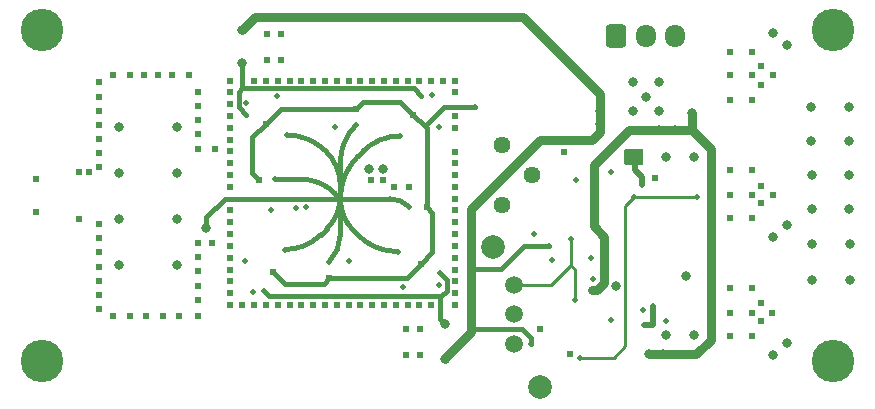
<source format=gbr>
%TF.GenerationSoftware,KiCad,Pcbnew,(6.0.5)*%
%TF.CreationDate,2022-11-19T18:23:49+08:00*%
%TF.ProjectId,EmoeNAP,456d6f65-4e41-4502-9e6b-696361645f70,rev?*%
%TF.SameCoordinates,Original*%
%TF.FileFunction,Copper,L3,Inr*%
%TF.FilePolarity,Positive*%
%FSLAX46Y46*%
G04 Gerber Fmt 4.6, Leading zero omitted, Abs format (unit mm)*
G04 Created by KiCad (PCBNEW (6.0.5)) date 2022-11-19 18:23:49*
%MOMM*%
%LPD*%
G01*
G04 APERTURE LIST*
G04 Aperture macros list*
%AMRoundRect*
0 Rectangle with rounded corners*
0 $1 Rounding radius*
0 $2 $3 $4 $5 $6 $7 $8 $9 X,Y pos of 4 corners*
0 Add a 4 corners polygon primitive as box body*
4,1,4,$2,$3,$4,$5,$6,$7,$8,$9,$2,$3,0*
0 Add four circle primitives for the rounded corners*
1,1,$1+$1,$2,$3*
1,1,$1+$1,$4,$5*
1,1,$1+$1,$6,$7*
1,1,$1+$1,$8,$9*
0 Add four rect primitives between the rounded corners*
20,1,$1+$1,$2,$3,$4,$5,0*
20,1,$1+$1,$4,$5,$6,$7,0*
20,1,$1+$1,$6,$7,$8,$9,0*
20,1,$1+$1,$8,$9,$2,$3,0*%
G04 Aperture macros list end*
%TA.AperFunction,ComponentPad*%
%ADD10C,3.600000*%
%TD*%
%TA.AperFunction,ComponentPad*%
%ADD11RoundRect,0.250000X-0.600000X-0.725000X0.600000X-0.725000X0.600000X0.725000X-0.600000X0.725000X0*%
%TD*%
%TA.AperFunction,ComponentPad*%
%ADD12O,1.700000X1.950000*%
%TD*%
%TA.AperFunction,ComponentPad*%
%ADD13C,1.500000*%
%TD*%
%TA.AperFunction,ComponentPad*%
%ADD14C,2.000000*%
%TD*%
%TA.AperFunction,ComponentPad*%
%ADD15C,1.440000*%
%TD*%
%TA.AperFunction,ViaPad*%
%ADD16C,0.603000*%
%TD*%
%TA.AperFunction,ViaPad*%
%ADD17C,0.500000*%
%TD*%
%TA.AperFunction,ViaPad*%
%ADD18C,0.800000*%
%TD*%
%TA.AperFunction,Conductor*%
%ADD19C,0.400000*%
%TD*%
%TA.AperFunction,Conductor*%
%ADD20C,0.250000*%
%TD*%
%TA.AperFunction,Conductor*%
%ADD21C,0.800000*%
%TD*%
%TA.AperFunction,Conductor*%
%ADD22C,0.500000*%
%TD*%
G04 APERTURE END LIST*
D10*
%TO.N,N/C*%
%TO.C,H1*%
X114000000Y-93000000D03*
%TD*%
D11*
%TO.N,VDD*%
%TO.C,J1*%
X162600000Y-93475000D03*
D12*
%TO.N,GND*%
X165100000Y-93475000D03*
%TO.N,VSS*%
X167600000Y-93475000D03*
%TD*%
D13*
%TO.N,Net-(R6-Pad1)*%
%TO.C,U4*%
X153950000Y-114524906D03*
%TO.N,Net-(R20-Pad2)*%
X153950000Y-117024906D03*
%TO.N,Net-(R4-Pad2)*%
X153950000Y-119524906D03*
D14*
%TO.N,GND*%
X152150000Y-111324906D03*
X156150000Y-123224906D03*
%TD*%
D10*
%TO.N,N/C*%
%TO.C,H3*%
X114000000Y-121000000D03*
%TD*%
D15*
%TO.N,Net-(R1-Pad2)*%
%TO.C,RV1*%
X152925000Y-102724906D03*
%TO.N,Net-(C2-Pad2)*%
X155465000Y-105264906D03*
X152925000Y-107804906D03*
%TD*%
D10*
%TO.N,N/C*%
%TO.C,H4*%
X181000000Y-121000000D03*
%TD*%
%TO.N,N/C*%
%TO.C,H2*%
X181000000Y-93000000D03*
%TD*%
D16*
%TO.N,GND*%
X117100000Y-109000000D03*
X117100000Y-104950000D03*
X113500000Y-108400000D03*
X113500000Y-105600000D03*
%TO.N,Net-(C1-Pad1)*%
X132350000Y-105641769D03*
X145400000Y-100141769D03*
D17*
X150650000Y-99449906D03*
D16*
X140550000Y-99641769D03*
X146050000Y-112791769D03*
X138325000Y-113966769D03*
X146550000Y-107941769D03*
X133550000Y-113441769D03*
X132950000Y-100891769D03*
D17*
%TO.N,Net-(C1-Pad2)*%
X159200001Y-105635560D03*
%TO.N,Net-(C2-Pad2)*%
X155650000Y-110199906D03*
D18*
%TO.N,Net-(C11-Pad1)*%
X120525000Y-101174906D03*
X120525000Y-108974906D03*
X120525000Y-105074906D03*
X120525000Y-112874906D03*
%TO.N,Net-(C11-Pad2)*%
X125450000Y-105049906D03*
X125450000Y-101149906D03*
X125450000Y-108949906D03*
X125450000Y-112849906D03*
D16*
%TO.N,Net-(C10-Pad1)*%
X174100000Y-114800000D03*
X174100000Y-116900000D03*
X175800000Y-116900000D03*
X174900000Y-117600000D03*
X174900000Y-116100000D03*
X174100000Y-118900000D03*
%TO.N,Net-(C10-Pad2)*%
X172200000Y-116900000D03*
X158700000Y-120400000D03*
X172200000Y-114800000D03*
X172200000Y-118900000D03*
%TO.N,Net-(C13-Pad1)*%
X175900000Y-96800000D03*
X174900000Y-97600000D03*
X174100000Y-96800000D03*
X174900000Y-96000000D03*
X174100000Y-94800000D03*
X174100000Y-98900000D03*
D18*
%TO.N,Net-(C13-Pad2)*%
X168500000Y-113800000D03*
D16*
X172200000Y-96800000D03*
X172200000Y-94800000D03*
X172200000Y-98900000D03*
%TO.N,Net-(C32-Pad1)*%
X174100000Y-104800000D03*
X174900000Y-107600000D03*
X175900000Y-106900000D03*
X174900000Y-106200000D03*
X174100000Y-108900000D03*
X174100000Y-106900000D03*
%TO.N,Net-(C32-Pad2)*%
X172200000Y-104800000D03*
X172200000Y-108900000D03*
X172200000Y-106900000D03*
D18*
X162600000Y-114600000D03*
D16*
%TO.N,GND*%
X136950000Y-116241769D03*
X118800000Y-104600000D03*
X129950000Y-102241769D03*
X127200000Y-111000000D03*
D18*
X179200000Y-105200000D03*
D16*
X139950000Y-116241769D03*
X144800000Y-118291863D03*
X148950000Y-109241769D03*
X133950000Y-97241769D03*
X129950000Y-100241769D03*
X127200000Y-103000000D03*
X146000000Y-120491863D03*
D18*
X166200000Y-97400000D03*
X179200000Y-114100000D03*
D16*
X129950000Y-105241769D03*
X118800000Y-98600000D03*
X118800000Y-109400000D03*
X129950000Y-114241769D03*
D17*
X144520000Y-114681863D03*
D16*
X148950000Y-107241769D03*
X129950000Y-115241769D03*
X141845884Y-105645884D03*
D18*
X179100000Y-99500000D03*
D16*
X132950000Y-97241769D03*
X141950000Y-116241769D03*
X118000000Y-104950000D03*
D17*
X138840000Y-101161863D03*
X162140000Y-117500000D03*
D16*
X131950000Y-116241769D03*
X129950000Y-99241769D03*
X134950000Y-116241769D03*
D18*
X182300000Y-108100000D03*
D16*
X144950000Y-97241769D03*
D17*
X140020000Y-112501863D03*
D16*
X128600000Y-103000000D03*
X165855094Y-105494906D03*
X129950000Y-104241769D03*
X148950000Y-103250000D03*
X124200000Y-117200000D03*
X126400000Y-96800000D03*
X140950000Y-97241769D03*
D17*
X133350000Y-108171863D03*
D16*
X137950000Y-116241769D03*
X128400000Y-111000000D03*
X146000000Y-118291863D03*
D18*
X179200000Y-108100000D03*
D17*
X147640093Y-114531770D03*
D16*
X122800000Y-117200000D03*
X141950000Y-97241769D03*
D18*
X164000000Y-99800000D03*
D16*
X142950000Y-116241769D03*
X138950000Y-116241769D03*
X118800000Y-99800000D03*
X148950000Y-98241769D03*
X139950000Y-97241769D03*
D18*
X166800000Y-103700000D03*
D17*
X131230094Y-99161769D03*
D16*
X127200000Y-117200000D03*
D18*
X169200000Y-103700000D03*
D16*
X127200000Y-112200000D03*
X144800000Y-120491863D03*
D18*
X165100000Y-98600000D03*
D17*
X131210094Y-112491769D03*
D16*
X134200000Y-95491863D03*
X129950000Y-103241769D03*
X120000000Y-96800000D03*
X121400000Y-117200000D03*
X127200000Y-114600000D03*
X123800000Y-96800000D03*
X146950000Y-97241769D03*
X148950000Y-108241769D03*
D17*
X157130969Y-112467891D03*
D16*
X130950000Y-116241769D03*
X118800000Y-111800000D03*
X129950000Y-111241769D03*
X127200000Y-101800000D03*
D17*
X166800000Y-117600000D03*
D16*
X120000000Y-117200000D03*
D18*
X177100000Y-109500000D03*
D16*
X142950000Y-97241769D03*
D18*
X169200000Y-118800000D03*
D16*
X156150000Y-118300000D03*
D18*
X177100000Y-119500000D03*
D16*
X125600000Y-117200000D03*
X134200000Y-93291863D03*
X148950000Y-100241769D03*
X121400000Y-96800000D03*
X136950000Y-97241769D03*
D18*
X182300000Y-105200000D03*
D16*
X148950000Y-113241769D03*
X118800000Y-97400000D03*
X127200000Y-99400000D03*
X148950000Y-97241769D03*
D17*
X160643797Y-114026203D03*
D16*
X129950000Y-98241769D03*
X148950000Y-104241769D03*
X129950000Y-112241769D03*
X127200000Y-98200000D03*
D17*
X135460000Y-108001863D03*
D16*
X118800000Y-103400000D03*
D18*
X182400000Y-114100000D03*
D16*
X129950000Y-109241769D03*
X129950000Y-116241769D03*
X129950000Y-110241769D03*
X158150000Y-103250000D03*
X147950000Y-97241769D03*
D18*
X175900000Y-120500000D03*
D16*
X125000000Y-96800000D03*
X118800000Y-102200000D03*
D17*
X164900000Y-116700000D03*
X147030000Y-98501863D03*
D16*
X143950000Y-97241769D03*
X143950000Y-116241769D03*
X129950000Y-101241769D03*
X143768231Y-106231769D03*
X129950000Y-108241769D03*
X138950000Y-97241769D03*
D18*
X177100000Y-94200000D03*
D17*
X131837501Y-115144362D03*
X133850001Y-98571862D03*
D16*
X135950000Y-97241769D03*
D18*
X182300000Y-99500000D03*
X166800000Y-118800000D03*
X175900000Y-93200000D03*
D16*
X148950000Y-116241769D03*
X127200000Y-100600000D03*
X133000000Y-93291863D03*
D17*
X136324953Y-107966816D03*
D16*
X127200000Y-113400000D03*
X118800000Y-113000000D03*
D18*
X182400000Y-111100000D03*
D16*
X148950000Y-105241769D03*
D18*
X175900000Y-110500000D03*
D16*
X140950000Y-116241769D03*
D18*
X182300000Y-102400000D03*
D16*
X122600000Y-96800000D03*
X118800000Y-114200000D03*
X146950000Y-116241769D03*
X148950000Y-101241769D03*
X133950000Y-116241769D03*
X127200000Y-115800000D03*
X148950000Y-112241769D03*
X148950000Y-115241769D03*
X129950000Y-106241769D03*
D18*
X166200000Y-99800000D03*
D16*
X118800000Y-110600000D03*
X148950000Y-111241769D03*
X142854116Y-105645884D03*
X145950000Y-116241769D03*
D18*
X179100000Y-102400000D03*
D17*
X162140000Y-104970000D03*
D18*
X179200000Y-111100000D03*
D16*
X129950000Y-113241769D03*
D18*
X164000000Y-97400000D03*
D16*
X118800000Y-115400000D03*
D17*
X160460000Y-112290000D03*
D16*
X145068231Y-106231769D03*
X118800000Y-101000000D03*
X148950000Y-114241769D03*
X135950000Y-116241769D03*
X118800000Y-116600000D03*
X144950000Y-116241769D03*
X132950000Y-116241769D03*
X133000000Y-95491863D03*
X148950000Y-110241769D03*
X148950000Y-106241769D03*
X131950000Y-97241769D03*
X129950000Y-97241769D03*
D17*
X147630094Y-101141769D03*
D16*
X137950000Y-97241769D03*
X145950000Y-97241769D03*
X134950000Y-97241769D03*
D17*
%TO.N,Net-(R20-Pad2)*%
X169439999Y-107089905D03*
X159500000Y-120699906D03*
X164140000Y-107089906D03*
%TO.N,Net-(R6-Pad1)*%
X158750000Y-110685560D03*
X159150000Y-115799906D03*
%TO.N,VDD*%
X147700000Y-113571863D03*
D18*
X148100000Y-120791863D03*
D17*
X131250094Y-100121769D03*
X132800000Y-115081863D03*
D18*
X130900000Y-92991863D03*
X161200000Y-100900000D03*
D17*
X164785000Y-106065000D03*
D18*
X130900000Y-95791863D03*
D17*
X146070000Y-98511863D03*
D18*
X164200000Y-103700000D03*
D17*
X156880000Y-111220000D03*
D18*
X148100000Y-117891863D03*
X161200000Y-99800000D03*
D17*
X155430000Y-119570000D03*
D18*
%TO.N,VSS*%
X142860000Y-104721863D03*
X169000000Y-101400000D03*
X169000000Y-100000000D03*
X165400000Y-120400000D03*
X166600000Y-120400000D03*
D17*
X165740000Y-116340000D03*
X165000000Y-117900000D03*
D18*
X167600000Y-101400000D03*
X141690000Y-104721863D03*
X166200000Y-101400000D03*
D17*
X161200000Y-103870000D03*
X165700000Y-117900000D03*
X160580000Y-114990000D03*
%TO.N,Net-(RISO3-Pad2)*%
X145100000Y-107941769D03*
X133750000Y-105591769D03*
D18*
X127881426Y-109755586D03*
D17*
X140550000Y-101041769D03*
X144090000Y-111721769D03*
X138300000Y-112591769D03*
X144340000Y-101921769D03*
X134550000Y-111551769D03*
X134700000Y-101851769D03*
%TD*%
D19*
%TO.N,Net-(C1-Pad1)*%
X137849906Y-114441863D02*
X134550094Y-114441863D01*
X131800000Y-105091769D02*
X132350000Y-105641769D01*
X144875000Y-113966769D02*
X146050000Y-112791769D01*
X141149906Y-99041863D02*
X140550000Y-99641769D01*
X140550000Y-99641769D02*
X134200000Y-99641769D01*
X146379115Y-101120885D02*
X145400000Y-100141769D01*
X146550000Y-107941769D02*
X146550000Y-101291769D01*
X146379115Y-101120885D02*
X148050094Y-99449906D01*
X134550094Y-114441863D02*
X133550000Y-113441769D01*
X146550000Y-101291769D02*
X146379115Y-101120885D01*
X146550000Y-107941769D02*
X147050000Y-108441769D01*
X132950000Y-100891769D02*
X131800000Y-102041769D01*
X147050000Y-108441769D02*
X147050000Y-111791769D01*
X147050000Y-111791769D02*
X146050000Y-112791769D01*
X138325000Y-113966769D02*
X137849906Y-114441863D01*
X138325000Y-113966769D02*
X144875000Y-113966769D01*
X145400000Y-100141769D02*
X144300094Y-99041863D01*
X148050094Y-99449906D02*
X150650000Y-99449906D01*
X134200000Y-99641769D02*
X132950000Y-100891769D01*
X144300094Y-99041863D02*
X141149906Y-99041863D01*
X131800000Y-102041769D02*
X131800000Y-105091769D01*
D20*
%TO.N,Net-(R20-Pad2)*%
X164110000Y-107089906D02*
X163350000Y-107849906D01*
X169439999Y-107089905D02*
X169439998Y-107089906D01*
X164460000Y-107089906D02*
X164110000Y-107089906D01*
X169439998Y-107089906D02*
X164460000Y-107089906D01*
X163350000Y-107849906D02*
X163350000Y-119749906D01*
X164460000Y-107089906D02*
X164140000Y-107089906D01*
X159500000Y-120699906D02*
X162400000Y-120699906D01*
X163350000Y-119749906D02*
X162400000Y-120699906D01*
%TO.N,Net-(R6-Pad1)*%
X158750000Y-112899906D02*
X157125000Y-114524906D01*
X159150000Y-113299906D02*
X159150000Y-115799906D01*
X158750000Y-110685560D02*
X158750000Y-112899906D01*
X157125000Y-114524906D02*
X153950000Y-114524906D01*
X158750000Y-112899906D02*
X159150000Y-113299906D01*
D19*
%TO.N,VDD*%
X155430000Y-119050000D02*
X154650000Y-118270000D01*
X147760000Y-115521863D02*
X133240000Y-115521863D01*
X147795000Y-115486863D02*
X147760000Y-115521863D01*
X133240000Y-115521863D02*
X132800000Y-115081863D01*
D21*
X161200000Y-100900000D02*
X161200000Y-101570000D01*
X161200000Y-99800000D02*
X161200000Y-98350000D01*
D22*
X164200000Y-104810000D02*
X164785000Y-105395000D01*
D21*
X150330000Y-113190000D02*
X150330000Y-118520000D01*
D19*
X152870000Y-113190000D02*
X150330000Y-113190000D01*
X147680000Y-117471863D02*
X147680000Y-115601863D01*
D21*
X160520000Y-102250000D02*
X156170000Y-102250000D01*
X150330000Y-108090000D02*
X150330000Y-113190000D01*
D19*
X148100000Y-117891863D02*
X147680000Y-117471863D01*
X130630583Y-99502258D02*
X131250094Y-100121769D01*
D21*
X161200000Y-101570000D02*
X160520000Y-102250000D01*
D19*
X155430000Y-119570000D02*
X155430000Y-119050000D01*
D21*
X132041863Y-91850000D02*
X130900000Y-92991863D01*
D19*
X130900000Y-97911863D02*
X130630583Y-98181280D01*
D22*
X164785000Y-105395000D02*
X164785000Y-106065000D01*
D19*
X130900000Y-97911863D02*
X145470000Y-97911863D01*
X156880000Y-111220000D02*
X154840000Y-111220000D01*
D22*
X164200000Y-103700000D02*
X164200000Y-104810000D01*
D19*
X147680000Y-115601863D02*
X147795000Y-115486863D01*
X154650000Y-118270000D02*
X150580000Y-118270000D01*
X154840000Y-111220000D02*
X152870000Y-113190000D01*
X145470000Y-97911863D02*
X146070000Y-98511863D01*
D21*
X156170000Y-102250000D02*
X150330000Y-108090000D01*
X148100000Y-120750000D02*
X148100000Y-120791863D01*
X161200000Y-99800000D02*
X161200000Y-100900000D01*
D19*
X148239604Y-114111467D02*
X147700000Y-113571863D01*
X147795000Y-115486863D02*
X148239604Y-115042259D01*
X148239604Y-115042259D02*
X148239604Y-114111467D01*
D21*
X154700000Y-91850000D02*
X132041863Y-91850000D01*
D19*
X130630583Y-98181280D02*
X130630583Y-99502258D01*
D21*
X150330000Y-118520000D02*
X148100000Y-120750000D01*
X161200000Y-98350000D02*
X154700000Y-91850000D01*
D19*
X130900000Y-95791863D02*
X130900000Y-97911863D01*
D21*
%TO.N,VSS*%
X161600000Y-110490000D02*
X161600000Y-114400000D01*
X170600000Y-119200000D02*
X169400000Y-120400000D01*
X169000000Y-100000000D02*
X169000000Y-101400000D01*
D22*
X165700000Y-117900000D02*
X165740000Y-117860000D01*
D21*
X161010000Y-114990000D02*
X160580000Y-114990000D01*
X169000000Y-101400000D02*
X170600000Y-103000000D01*
D22*
X165000000Y-117900000D02*
X165700000Y-117900000D01*
D21*
X166200000Y-101400000D02*
X169000000Y-101400000D01*
X160690000Y-104380000D02*
X160690000Y-109580000D01*
X169400000Y-120400000D02*
X165400000Y-120400000D01*
X161600000Y-114400000D02*
X161010000Y-114990000D01*
X163670000Y-101400000D02*
X160690000Y-104380000D01*
D22*
X165740000Y-117860000D02*
X165740000Y-116340000D01*
D21*
X166200000Y-101400000D02*
X163670000Y-101400000D01*
X170600000Y-103000000D02*
X170600000Y-119200000D01*
X160690000Y-109580000D02*
X161600000Y-110490000D01*
D19*
%TO.N,Net-(RISO3-Pad2)*%
X139250000Y-107241769D02*
X138821245Y-106813004D01*
X127881426Y-108818574D02*
X127881426Y-109755586D01*
X139241769Y-107250000D02*
X129450000Y-107250000D01*
X129450000Y-107250000D02*
X127881426Y-108818574D01*
X139244320Y-107247449D02*
X139241769Y-107250000D01*
X139250000Y-107241769D02*
X139250000Y-110298267D01*
X140381371Y-109973140D02*
X140744071Y-110335840D01*
X140734930Y-103656839D02*
X141147710Y-103244059D01*
X138118629Y-109773140D02*
X137605721Y-110286048D01*
X135872975Y-105591769D02*
X133750000Y-105591769D01*
X139250000Y-106138840D02*
X139250000Y-107041769D01*
X139250000Y-107241769D02*
X143410037Y-107241769D01*
X139250000Y-107041769D02*
X139250000Y-107241769D01*
X139250000Y-107041769D02*
X139250000Y-104180227D01*
D20*
X138045930Y-103237698D02*
X138050000Y-103241769D01*
D19*
X145099971Y-107941798D02*
G75*
G03*
X143410037Y-107241769I-1689971J-1689902D01*
G01*
X139244320Y-107247500D02*
G75*
G03*
X139250000Y-107241769I-20J5700D01*
G01*
X144090000Y-111721765D02*
G75*
G02*
X140744072Y-110335839I0J4731865D01*
G01*
X135872975Y-105591787D02*
G75*
G02*
X138821245Y-106813004I25J-4169413D01*
G01*
X140734935Y-103656844D02*
G75*
G03*
X139250000Y-107241769I3584965J-3584956D01*
G01*
X144340000Y-101921755D02*
G75*
G03*
X141147710Y-103244059I0J-4514545D01*
G01*
X134550000Y-111551761D02*
G75*
G03*
X137605721Y-110286048I0J4321461D01*
G01*
X138118636Y-109773147D02*
G75*
G03*
X139250000Y-107041769I-2731336J2731347D01*
G01*
X138300016Y-112591785D02*
G75*
G03*
X139250000Y-110298267I-2293516J2293485D01*
G01*
X138045924Y-103237704D02*
G75*
G03*
X134700000Y-101851769I-3345924J-3345896D01*
G01*
X139249969Y-106138840D02*
G75*
G03*
X138050000Y-103241769I-4097069J40D01*
G01*
X140381364Y-109973147D02*
G75*
G02*
X139250000Y-107241769I2731336J2731347D01*
G01*
X140549993Y-101041762D02*
G75*
G03*
X139250000Y-104180227I3138407J-3138438D01*
G01*
%TD*%
%TA.AperFunction,Conductor*%
%TO.N,VDD*%
G36*
X164842121Y-103020002D02*
G01*
X164888614Y-103073658D01*
X164900000Y-103126000D01*
X164900000Y-104274000D01*
X164879998Y-104342121D01*
X164826342Y-104388614D01*
X164774000Y-104400000D01*
X163426000Y-104400000D01*
X163357879Y-104379998D01*
X163311386Y-104326342D01*
X163300000Y-104274000D01*
X163300000Y-103126000D01*
X163320002Y-103057879D01*
X163373658Y-103011386D01*
X163426000Y-103000000D01*
X164774000Y-103000000D01*
X164842121Y-103020002D01*
G37*
%TD.AperFunction*%
%TD*%
M02*

</source>
